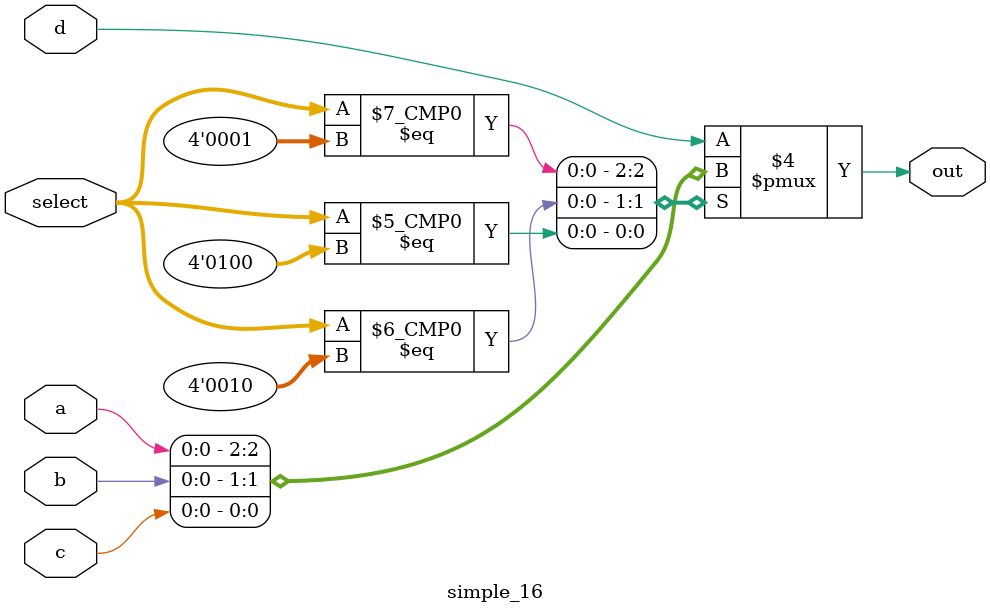
<source format=v>
module simple_16(
    output reg out,
    input a,
    input b,
    input c,
    input d,
    input[3:0] select
);
    always @(select or a or b or c)
        begin
            casez(select)
                4'b0001: out = a;
                4'b0010: out = b;
                4'b0100: out = c;
                4'b1000: out = d;
                default : out = d;
            endcase
        end
endmodule
</source>
